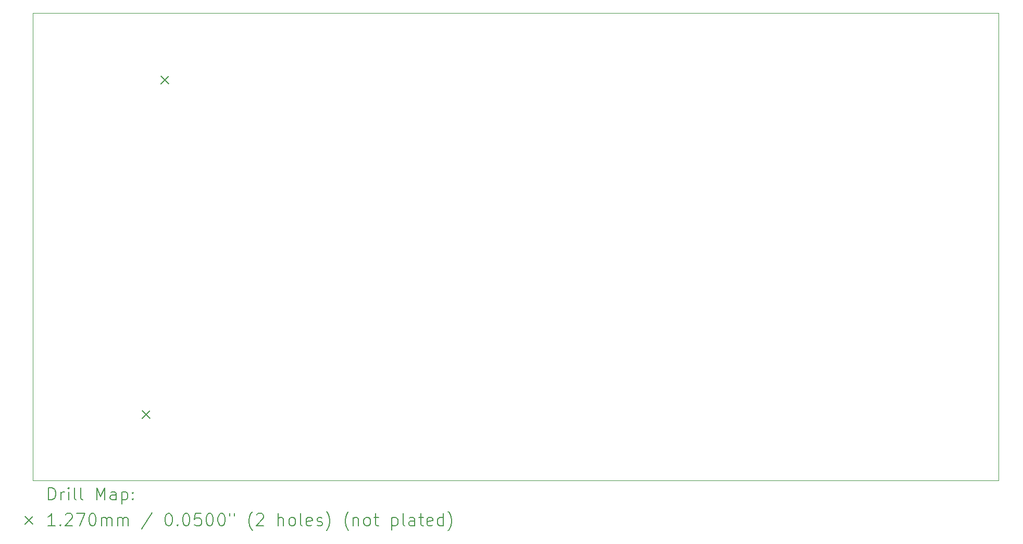
<source format=gbr>
%TF.GenerationSoftware,KiCad,Pcbnew,8.0.3*%
%TF.CreationDate,2024-07-10T11:58:56-07:00*%
%TF.ProjectId,maveric-board,6d617665-7269-4632-9d62-6f6172642e6b,rev?*%
%TF.SameCoordinates,Original*%
%TF.FileFunction,Drillmap*%
%TF.FilePolarity,Positive*%
%FSLAX45Y45*%
G04 Gerber Fmt 4.5, Leading zero omitted, Abs format (unit mm)*
G04 Created by KiCad (PCBNEW 8.0.3) date 2024-07-10 11:58:56*
%MOMM*%
%LPD*%
G01*
G04 APERTURE LIST*
%ADD10C,0.050000*%
%ADD11C,0.200000*%
%ADD12C,0.127000*%
G04 APERTURE END LIST*
D10*
X3700000Y-3700000D02*
X19400000Y-3700000D01*
X19400000Y-11300000D01*
X3700000Y-11300000D01*
X3700000Y-3700000D01*
D11*
D12*
X5477141Y-10163501D02*
X5604141Y-10290501D01*
X5604141Y-10163501D02*
X5477141Y-10290501D01*
X5782141Y-4725401D02*
X5909141Y-4852401D01*
X5909141Y-4725401D02*
X5782141Y-4852401D01*
D11*
X3958277Y-11613984D02*
X3958277Y-11413984D01*
X3958277Y-11413984D02*
X4005896Y-11413984D01*
X4005896Y-11413984D02*
X4034467Y-11423508D01*
X4034467Y-11423508D02*
X4053515Y-11442555D01*
X4053515Y-11442555D02*
X4063039Y-11461603D01*
X4063039Y-11461603D02*
X4072562Y-11499698D01*
X4072562Y-11499698D02*
X4072562Y-11528269D01*
X4072562Y-11528269D02*
X4063039Y-11566365D01*
X4063039Y-11566365D02*
X4053515Y-11585412D01*
X4053515Y-11585412D02*
X4034467Y-11604460D01*
X4034467Y-11604460D02*
X4005896Y-11613984D01*
X4005896Y-11613984D02*
X3958277Y-11613984D01*
X4158277Y-11613984D02*
X4158277Y-11480650D01*
X4158277Y-11518746D02*
X4167801Y-11499698D01*
X4167801Y-11499698D02*
X4177324Y-11490174D01*
X4177324Y-11490174D02*
X4196372Y-11480650D01*
X4196372Y-11480650D02*
X4215420Y-11480650D01*
X4282086Y-11613984D02*
X4282086Y-11480650D01*
X4282086Y-11413984D02*
X4272563Y-11423508D01*
X4272563Y-11423508D02*
X4282086Y-11433031D01*
X4282086Y-11433031D02*
X4291610Y-11423508D01*
X4291610Y-11423508D02*
X4282086Y-11413984D01*
X4282086Y-11413984D02*
X4282086Y-11433031D01*
X4405896Y-11613984D02*
X4386848Y-11604460D01*
X4386848Y-11604460D02*
X4377324Y-11585412D01*
X4377324Y-11585412D02*
X4377324Y-11413984D01*
X4510658Y-11613984D02*
X4491610Y-11604460D01*
X4491610Y-11604460D02*
X4482086Y-11585412D01*
X4482086Y-11585412D02*
X4482086Y-11413984D01*
X4739229Y-11613984D02*
X4739229Y-11413984D01*
X4739229Y-11413984D02*
X4805896Y-11556841D01*
X4805896Y-11556841D02*
X4872563Y-11413984D01*
X4872563Y-11413984D02*
X4872563Y-11613984D01*
X5053515Y-11613984D02*
X5053515Y-11509222D01*
X5053515Y-11509222D02*
X5043991Y-11490174D01*
X5043991Y-11490174D02*
X5024944Y-11480650D01*
X5024944Y-11480650D02*
X4986848Y-11480650D01*
X4986848Y-11480650D02*
X4967801Y-11490174D01*
X5053515Y-11604460D02*
X5034467Y-11613984D01*
X5034467Y-11613984D02*
X4986848Y-11613984D01*
X4986848Y-11613984D02*
X4967801Y-11604460D01*
X4967801Y-11604460D02*
X4958277Y-11585412D01*
X4958277Y-11585412D02*
X4958277Y-11566365D01*
X4958277Y-11566365D02*
X4967801Y-11547317D01*
X4967801Y-11547317D02*
X4986848Y-11537793D01*
X4986848Y-11537793D02*
X5034467Y-11537793D01*
X5034467Y-11537793D02*
X5053515Y-11528269D01*
X5148753Y-11480650D02*
X5148753Y-11680650D01*
X5148753Y-11490174D02*
X5167801Y-11480650D01*
X5167801Y-11480650D02*
X5205896Y-11480650D01*
X5205896Y-11480650D02*
X5224944Y-11490174D01*
X5224944Y-11490174D02*
X5234467Y-11499698D01*
X5234467Y-11499698D02*
X5243991Y-11518746D01*
X5243991Y-11518746D02*
X5243991Y-11575888D01*
X5243991Y-11575888D02*
X5234467Y-11594936D01*
X5234467Y-11594936D02*
X5224944Y-11604460D01*
X5224944Y-11604460D02*
X5205896Y-11613984D01*
X5205896Y-11613984D02*
X5167801Y-11613984D01*
X5167801Y-11613984D02*
X5148753Y-11604460D01*
X5329705Y-11594936D02*
X5339229Y-11604460D01*
X5339229Y-11604460D02*
X5329705Y-11613984D01*
X5329705Y-11613984D02*
X5320182Y-11604460D01*
X5320182Y-11604460D02*
X5329705Y-11594936D01*
X5329705Y-11594936D02*
X5329705Y-11613984D01*
X5329705Y-11490174D02*
X5339229Y-11499698D01*
X5339229Y-11499698D02*
X5329705Y-11509222D01*
X5329705Y-11509222D02*
X5320182Y-11499698D01*
X5320182Y-11499698D02*
X5329705Y-11490174D01*
X5329705Y-11490174D02*
X5329705Y-11509222D01*
D12*
X3570500Y-11879000D02*
X3697500Y-12006000D01*
X3697500Y-11879000D02*
X3570500Y-12006000D01*
D11*
X4063039Y-12033984D02*
X3948753Y-12033984D01*
X4005896Y-12033984D02*
X4005896Y-11833984D01*
X4005896Y-11833984D02*
X3986848Y-11862555D01*
X3986848Y-11862555D02*
X3967801Y-11881603D01*
X3967801Y-11881603D02*
X3948753Y-11891127D01*
X4148753Y-12014936D02*
X4158277Y-12024460D01*
X4158277Y-12024460D02*
X4148753Y-12033984D01*
X4148753Y-12033984D02*
X4139229Y-12024460D01*
X4139229Y-12024460D02*
X4148753Y-12014936D01*
X4148753Y-12014936D02*
X4148753Y-12033984D01*
X4234467Y-11853031D02*
X4243991Y-11843508D01*
X4243991Y-11843508D02*
X4263039Y-11833984D01*
X4263039Y-11833984D02*
X4310658Y-11833984D01*
X4310658Y-11833984D02*
X4329705Y-11843508D01*
X4329705Y-11843508D02*
X4339229Y-11853031D01*
X4339229Y-11853031D02*
X4348753Y-11872079D01*
X4348753Y-11872079D02*
X4348753Y-11891127D01*
X4348753Y-11891127D02*
X4339229Y-11919698D01*
X4339229Y-11919698D02*
X4224944Y-12033984D01*
X4224944Y-12033984D02*
X4348753Y-12033984D01*
X4415420Y-11833984D02*
X4548753Y-11833984D01*
X4548753Y-11833984D02*
X4463039Y-12033984D01*
X4663039Y-11833984D02*
X4682086Y-11833984D01*
X4682086Y-11833984D02*
X4701134Y-11843508D01*
X4701134Y-11843508D02*
X4710658Y-11853031D01*
X4710658Y-11853031D02*
X4720182Y-11872079D01*
X4720182Y-11872079D02*
X4729705Y-11910174D01*
X4729705Y-11910174D02*
X4729705Y-11957793D01*
X4729705Y-11957793D02*
X4720182Y-11995888D01*
X4720182Y-11995888D02*
X4710658Y-12014936D01*
X4710658Y-12014936D02*
X4701134Y-12024460D01*
X4701134Y-12024460D02*
X4682086Y-12033984D01*
X4682086Y-12033984D02*
X4663039Y-12033984D01*
X4663039Y-12033984D02*
X4643991Y-12024460D01*
X4643991Y-12024460D02*
X4634467Y-12014936D01*
X4634467Y-12014936D02*
X4624944Y-11995888D01*
X4624944Y-11995888D02*
X4615420Y-11957793D01*
X4615420Y-11957793D02*
X4615420Y-11910174D01*
X4615420Y-11910174D02*
X4624944Y-11872079D01*
X4624944Y-11872079D02*
X4634467Y-11853031D01*
X4634467Y-11853031D02*
X4643991Y-11843508D01*
X4643991Y-11843508D02*
X4663039Y-11833984D01*
X4815420Y-12033984D02*
X4815420Y-11900650D01*
X4815420Y-11919698D02*
X4824944Y-11910174D01*
X4824944Y-11910174D02*
X4843991Y-11900650D01*
X4843991Y-11900650D02*
X4872563Y-11900650D01*
X4872563Y-11900650D02*
X4891610Y-11910174D01*
X4891610Y-11910174D02*
X4901134Y-11929222D01*
X4901134Y-11929222D02*
X4901134Y-12033984D01*
X4901134Y-11929222D02*
X4910658Y-11910174D01*
X4910658Y-11910174D02*
X4929705Y-11900650D01*
X4929705Y-11900650D02*
X4958277Y-11900650D01*
X4958277Y-11900650D02*
X4977325Y-11910174D01*
X4977325Y-11910174D02*
X4986848Y-11929222D01*
X4986848Y-11929222D02*
X4986848Y-12033984D01*
X5082086Y-12033984D02*
X5082086Y-11900650D01*
X5082086Y-11919698D02*
X5091610Y-11910174D01*
X5091610Y-11910174D02*
X5110658Y-11900650D01*
X5110658Y-11900650D02*
X5139229Y-11900650D01*
X5139229Y-11900650D02*
X5158277Y-11910174D01*
X5158277Y-11910174D02*
X5167801Y-11929222D01*
X5167801Y-11929222D02*
X5167801Y-12033984D01*
X5167801Y-11929222D02*
X5177325Y-11910174D01*
X5177325Y-11910174D02*
X5196372Y-11900650D01*
X5196372Y-11900650D02*
X5224944Y-11900650D01*
X5224944Y-11900650D02*
X5243991Y-11910174D01*
X5243991Y-11910174D02*
X5253515Y-11929222D01*
X5253515Y-11929222D02*
X5253515Y-12033984D01*
X5643991Y-11824460D02*
X5472563Y-12081603D01*
X5901134Y-11833984D02*
X5920182Y-11833984D01*
X5920182Y-11833984D02*
X5939229Y-11843508D01*
X5939229Y-11843508D02*
X5948753Y-11853031D01*
X5948753Y-11853031D02*
X5958277Y-11872079D01*
X5958277Y-11872079D02*
X5967801Y-11910174D01*
X5967801Y-11910174D02*
X5967801Y-11957793D01*
X5967801Y-11957793D02*
X5958277Y-11995888D01*
X5958277Y-11995888D02*
X5948753Y-12014936D01*
X5948753Y-12014936D02*
X5939229Y-12024460D01*
X5939229Y-12024460D02*
X5920182Y-12033984D01*
X5920182Y-12033984D02*
X5901134Y-12033984D01*
X5901134Y-12033984D02*
X5882086Y-12024460D01*
X5882086Y-12024460D02*
X5872563Y-12014936D01*
X5872563Y-12014936D02*
X5863039Y-11995888D01*
X5863039Y-11995888D02*
X5853515Y-11957793D01*
X5853515Y-11957793D02*
X5853515Y-11910174D01*
X5853515Y-11910174D02*
X5863039Y-11872079D01*
X5863039Y-11872079D02*
X5872563Y-11853031D01*
X5872563Y-11853031D02*
X5882086Y-11843508D01*
X5882086Y-11843508D02*
X5901134Y-11833984D01*
X6053515Y-12014936D02*
X6063039Y-12024460D01*
X6063039Y-12024460D02*
X6053515Y-12033984D01*
X6053515Y-12033984D02*
X6043991Y-12024460D01*
X6043991Y-12024460D02*
X6053515Y-12014936D01*
X6053515Y-12014936D02*
X6053515Y-12033984D01*
X6186848Y-11833984D02*
X6205896Y-11833984D01*
X6205896Y-11833984D02*
X6224944Y-11843508D01*
X6224944Y-11843508D02*
X6234467Y-11853031D01*
X6234467Y-11853031D02*
X6243991Y-11872079D01*
X6243991Y-11872079D02*
X6253515Y-11910174D01*
X6253515Y-11910174D02*
X6253515Y-11957793D01*
X6253515Y-11957793D02*
X6243991Y-11995888D01*
X6243991Y-11995888D02*
X6234467Y-12014936D01*
X6234467Y-12014936D02*
X6224944Y-12024460D01*
X6224944Y-12024460D02*
X6205896Y-12033984D01*
X6205896Y-12033984D02*
X6186848Y-12033984D01*
X6186848Y-12033984D02*
X6167801Y-12024460D01*
X6167801Y-12024460D02*
X6158277Y-12014936D01*
X6158277Y-12014936D02*
X6148753Y-11995888D01*
X6148753Y-11995888D02*
X6139229Y-11957793D01*
X6139229Y-11957793D02*
X6139229Y-11910174D01*
X6139229Y-11910174D02*
X6148753Y-11872079D01*
X6148753Y-11872079D02*
X6158277Y-11853031D01*
X6158277Y-11853031D02*
X6167801Y-11843508D01*
X6167801Y-11843508D02*
X6186848Y-11833984D01*
X6434467Y-11833984D02*
X6339229Y-11833984D01*
X6339229Y-11833984D02*
X6329706Y-11929222D01*
X6329706Y-11929222D02*
X6339229Y-11919698D01*
X6339229Y-11919698D02*
X6358277Y-11910174D01*
X6358277Y-11910174D02*
X6405896Y-11910174D01*
X6405896Y-11910174D02*
X6424944Y-11919698D01*
X6424944Y-11919698D02*
X6434467Y-11929222D01*
X6434467Y-11929222D02*
X6443991Y-11948269D01*
X6443991Y-11948269D02*
X6443991Y-11995888D01*
X6443991Y-11995888D02*
X6434467Y-12014936D01*
X6434467Y-12014936D02*
X6424944Y-12024460D01*
X6424944Y-12024460D02*
X6405896Y-12033984D01*
X6405896Y-12033984D02*
X6358277Y-12033984D01*
X6358277Y-12033984D02*
X6339229Y-12024460D01*
X6339229Y-12024460D02*
X6329706Y-12014936D01*
X6567801Y-11833984D02*
X6586848Y-11833984D01*
X6586848Y-11833984D02*
X6605896Y-11843508D01*
X6605896Y-11843508D02*
X6615420Y-11853031D01*
X6615420Y-11853031D02*
X6624944Y-11872079D01*
X6624944Y-11872079D02*
X6634467Y-11910174D01*
X6634467Y-11910174D02*
X6634467Y-11957793D01*
X6634467Y-11957793D02*
X6624944Y-11995888D01*
X6624944Y-11995888D02*
X6615420Y-12014936D01*
X6615420Y-12014936D02*
X6605896Y-12024460D01*
X6605896Y-12024460D02*
X6586848Y-12033984D01*
X6586848Y-12033984D02*
X6567801Y-12033984D01*
X6567801Y-12033984D02*
X6548753Y-12024460D01*
X6548753Y-12024460D02*
X6539229Y-12014936D01*
X6539229Y-12014936D02*
X6529706Y-11995888D01*
X6529706Y-11995888D02*
X6520182Y-11957793D01*
X6520182Y-11957793D02*
X6520182Y-11910174D01*
X6520182Y-11910174D02*
X6529706Y-11872079D01*
X6529706Y-11872079D02*
X6539229Y-11853031D01*
X6539229Y-11853031D02*
X6548753Y-11843508D01*
X6548753Y-11843508D02*
X6567801Y-11833984D01*
X6758277Y-11833984D02*
X6777325Y-11833984D01*
X6777325Y-11833984D02*
X6796372Y-11843508D01*
X6796372Y-11843508D02*
X6805896Y-11853031D01*
X6805896Y-11853031D02*
X6815420Y-11872079D01*
X6815420Y-11872079D02*
X6824944Y-11910174D01*
X6824944Y-11910174D02*
X6824944Y-11957793D01*
X6824944Y-11957793D02*
X6815420Y-11995888D01*
X6815420Y-11995888D02*
X6805896Y-12014936D01*
X6805896Y-12014936D02*
X6796372Y-12024460D01*
X6796372Y-12024460D02*
X6777325Y-12033984D01*
X6777325Y-12033984D02*
X6758277Y-12033984D01*
X6758277Y-12033984D02*
X6739229Y-12024460D01*
X6739229Y-12024460D02*
X6729706Y-12014936D01*
X6729706Y-12014936D02*
X6720182Y-11995888D01*
X6720182Y-11995888D02*
X6710658Y-11957793D01*
X6710658Y-11957793D02*
X6710658Y-11910174D01*
X6710658Y-11910174D02*
X6720182Y-11872079D01*
X6720182Y-11872079D02*
X6729706Y-11853031D01*
X6729706Y-11853031D02*
X6739229Y-11843508D01*
X6739229Y-11843508D02*
X6758277Y-11833984D01*
X6901134Y-11833984D02*
X6901134Y-11872079D01*
X6977325Y-11833984D02*
X6977325Y-11872079D01*
X7272563Y-12110174D02*
X7263039Y-12100650D01*
X7263039Y-12100650D02*
X7243991Y-12072079D01*
X7243991Y-12072079D02*
X7234468Y-12053031D01*
X7234468Y-12053031D02*
X7224944Y-12024460D01*
X7224944Y-12024460D02*
X7215420Y-11976841D01*
X7215420Y-11976841D02*
X7215420Y-11938746D01*
X7215420Y-11938746D02*
X7224944Y-11891127D01*
X7224944Y-11891127D02*
X7234468Y-11862555D01*
X7234468Y-11862555D02*
X7243991Y-11843508D01*
X7243991Y-11843508D02*
X7263039Y-11814936D01*
X7263039Y-11814936D02*
X7272563Y-11805412D01*
X7339229Y-11853031D02*
X7348753Y-11843508D01*
X7348753Y-11843508D02*
X7367801Y-11833984D01*
X7367801Y-11833984D02*
X7415420Y-11833984D01*
X7415420Y-11833984D02*
X7434468Y-11843508D01*
X7434468Y-11843508D02*
X7443991Y-11853031D01*
X7443991Y-11853031D02*
X7453515Y-11872079D01*
X7453515Y-11872079D02*
X7453515Y-11891127D01*
X7453515Y-11891127D02*
X7443991Y-11919698D01*
X7443991Y-11919698D02*
X7329706Y-12033984D01*
X7329706Y-12033984D02*
X7453515Y-12033984D01*
X7691610Y-12033984D02*
X7691610Y-11833984D01*
X7777325Y-12033984D02*
X7777325Y-11929222D01*
X7777325Y-11929222D02*
X7767801Y-11910174D01*
X7767801Y-11910174D02*
X7748753Y-11900650D01*
X7748753Y-11900650D02*
X7720182Y-11900650D01*
X7720182Y-11900650D02*
X7701134Y-11910174D01*
X7701134Y-11910174D02*
X7691610Y-11919698D01*
X7901134Y-12033984D02*
X7882087Y-12024460D01*
X7882087Y-12024460D02*
X7872563Y-12014936D01*
X7872563Y-12014936D02*
X7863039Y-11995888D01*
X7863039Y-11995888D02*
X7863039Y-11938746D01*
X7863039Y-11938746D02*
X7872563Y-11919698D01*
X7872563Y-11919698D02*
X7882087Y-11910174D01*
X7882087Y-11910174D02*
X7901134Y-11900650D01*
X7901134Y-11900650D02*
X7929706Y-11900650D01*
X7929706Y-11900650D02*
X7948753Y-11910174D01*
X7948753Y-11910174D02*
X7958277Y-11919698D01*
X7958277Y-11919698D02*
X7967801Y-11938746D01*
X7967801Y-11938746D02*
X7967801Y-11995888D01*
X7967801Y-11995888D02*
X7958277Y-12014936D01*
X7958277Y-12014936D02*
X7948753Y-12024460D01*
X7948753Y-12024460D02*
X7929706Y-12033984D01*
X7929706Y-12033984D02*
X7901134Y-12033984D01*
X8082087Y-12033984D02*
X8063039Y-12024460D01*
X8063039Y-12024460D02*
X8053515Y-12005412D01*
X8053515Y-12005412D02*
X8053515Y-11833984D01*
X8234468Y-12024460D02*
X8215420Y-12033984D01*
X8215420Y-12033984D02*
X8177325Y-12033984D01*
X8177325Y-12033984D02*
X8158277Y-12024460D01*
X8158277Y-12024460D02*
X8148753Y-12005412D01*
X8148753Y-12005412D02*
X8148753Y-11929222D01*
X8148753Y-11929222D02*
X8158277Y-11910174D01*
X8158277Y-11910174D02*
X8177325Y-11900650D01*
X8177325Y-11900650D02*
X8215420Y-11900650D01*
X8215420Y-11900650D02*
X8234468Y-11910174D01*
X8234468Y-11910174D02*
X8243991Y-11929222D01*
X8243991Y-11929222D02*
X8243991Y-11948269D01*
X8243991Y-11948269D02*
X8148753Y-11967317D01*
X8320182Y-12024460D02*
X8339230Y-12033984D01*
X8339230Y-12033984D02*
X8377325Y-12033984D01*
X8377325Y-12033984D02*
X8396373Y-12024460D01*
X8396373Y-12024460D02*
X8405896Y-12005412D01*
X8405896Y-12005412D02*
X8405896Y-11995888D01*
X8405896Y-11995888D02*
X8396373Y-11976841D01*
X8396373Y-11976841D02*
X8377325Y-11967317D01*
X8377325Y-11967317D02*
X8348753Y-11967317D01*
X8348753Y-11967317D02*
X8329706Y-11957793D01*
X8329706Y-11957793D02*
X8320182Y-11938746D01*
X8320182Y-11938746D02*
X8320182Y-11929222D01*
X8320182Y-11929222D02*
X8329706Y-11910174D01*
X8329706Y-11910174D02*
X8348753Y-11900650D01*
X8348753Y-11900650D02*
X8377325Y-11900650D01*
X8377325Y-11900650D02*
X8396373Y-11910174D01*
X8472563Y-12110174D02*
X8482087Y-12100650D01*
X8482087Y-12100650D02*
X8501134Y-12072079D01*
X8501134Y-12072079D02*
X8510658Y-12053031D01*
X8510658Y-12053031D02*
X8520182Y-12024460D01*
X8520182Y-12024460D02*
X8529706Y-11976841D01*
X8529706Y-11976841D02*
X8529706Y-11938746D01*
X8529706Y-11938746D02*
X8520182Y-11891127D01*
X8520182Y-11891127D02*
X8510658Y-11862555D01*
X8510658Y-11862555D02*
X8501134Y-11843508D01*
X8501134Y-11843508D02*
X8482087Y-11814936D01*
X8482087Y-11814936D02*
X8472563Y-11805412D01*
X8834468Y-12110174D02*
X8824944Y-12100650D01*
X8824944Y-12100650D02*
X8805896Y-12072079D01*
X8805896Y-12072079D02*
X8796373Y-12053031D01*
X8796373Y-12053031D02*
X8786849Y-12024460D01*
X8786849Y-12024460D02*
X8777325Y-11976841D01*
X8777325Y-11976841D02*
X8777325Y-11938746D01*
X8777325Y-11938746D02*
X8786849Y-11891127D01*
X8786849Y-11891127D02*
X8796373Y-11862555D01*
X8796373Y-11862555D02*
X8805896Y-11843508D01*
X8805896Y-11843508D02*
X8824944Y-11814936D01*
X8824944Y-11814936D02*
X8834468Y-11805412D01*
X8910658Y-11900650D02*
X8910658Y-12033984D01*
X8910658Y-11919698D02*
X8920182Y-11910174D01*
X8920182Y-11910174D02*
X8939230Y-11900650D01*
X8939230Y-11900650D02*
X8967801Y-11900650D01*
X8967801Y-11900650D02*
X8986849Y-11910174D01*
X8986849Y-11910174D02*
X8996373Y-11929222D01*
X8996373Y-11929222D02*
X8996373Y-12033984D01*
X9120182Y-12033984D02*
X9101134Y-12024460D01*
X9101134Y-12024460D02*
X9091611Y-12014936D01*
X9091611Y-12014936D02*
X9082087Y-11995888D01*
X9082087Y-11995888D02*
X9082087Y-11938746D01*
X9082087Y-11938746D02*
X9091611Y-11919698D01*
X9091611Y-11919698D02*
X9101134Y-11910174D01*
X9101134Y-11910174D02*
X9120182Y-11900650D01*
X9120182Y-11900650D02*
X9148754Y-11900650D01*
X9148754Y-11900650D02*
X9167801Y-11910174D01*
X9167801Y-11910174D02*
X9177325Y-11919698D01*
X9177325Y-11919698D02*
X9186849Y-11938746D01*
X9186849Y-11938746D02*
X9186849Y-11995888D01*
X9186849Y-11995888D02*
X9177325Y-12014936D01*
X9177325Y-12014936D02*
X9167801Y-12024460D01*
X9167801Y-12024460D02*
X9148754Y-12033984D01*
X9148754Y-12033984D02*
X9120182Y-12033984D01*
X9243992Y-11900650D02*
X9320182Y-11900650D01*
X9272563Y-11833984D02*
X9272563Y-12005412D01*
X9272563Y-12005412D02*
X9282087Y-12024460D01*
X9282087Y-12024460D02*
X9301134Y-12033984D01*
X9301134Y-12033984D02*
X9320182Y-12033984D01*
X9539230Y-11900650D02*
X9539230Y-12100650D01*
X9539230Y-11910174D02*
X9558277Y-11900650D01*
X9558277Y-11900650D02*
X9596373Y-11900650D01*
X9596373Y-11900650D02*
X9615420Y-11910174D01*
X9615420Y-11910174D02*
X9624944Y-11919698D01*
X9624944Y-11919698D02*
X9634468Y-11938746D01*
X9634468Y-11938746D02*
X9634468Y-11995888D01*
X9634468Y-11995888D02*
X9624944Y-12014936D01*
X9624944Y-12014936D02*
X9615420Y-12024460D01*
X9615420Y-12024460D02*
X9596373Y-12033984D01*
X9596373Y-12033984D02*
X9558277Y-12033984D01*
X9558277Y-12033984D02*
X9539230Y-12024460D01*
X9748754Y-12033984D02*
X9729706Y-12024460D01*
X9729706Y-12024460D02*
X9720182Y-12005412D01*
X9720182Y-12005412D02*
X9720182Y-11833984D01*
X9910658Y-12033984D02*
X9910658Y-11929222D01*
X9910658Y-11929222D02*
X9901135Y-11910174D01*
X9901135Y-11910174D02*
X9882087Y-11900650D01*
X9882087Y-11900650D02*
X9843992Y-11900650D01*
X9843992Y-11900650D02*
X9824944Y-11910174D01*
X9910658Y-12024460D02*
X9891611Y-12033984D01*
X9891611Y-12033984D02*
X9843992Y-12033984D01*
X9843992Y-12033984D02*
X9824944Y-12024460D01*
X9824944Y-12024460D02*
X9815420Y-12005412D01*
X9815420Y-12005412D02*
X9815420Y-11986365D01*
X9815420Y-11986365D02*
X9824944Y-11967317D01*
X9824944Y-11967317D02*
X9843992Y-11957793D01*
X9843992Y-11957793D02*
X9891611Y-11957793D01*
X9891611Y-11957793D02*
X9910658Y-11948269D01*
X9977325Y-11900650D02*
X10053515Y-11900650D01*
X10005896Y-11833984D02*
X10005896Y-12005412D01*
X10005896Y-12005412D02*
X10015420Y-12024460D01*
X10015420Y-12024460D02*
X10034468Y-12033984D01*
X10034468Y-12033984D02*
X10053515Y-12033984D01*
X10196373Y-12024460D02*
X10177325Y-12033984D01*
X10177325Y-12033984D02*
X10139230Y-12033984D01*
X10139230Y-12033984D02*
X10120182Y-12024460D01*
X10120182Y-12024460D02*
X10110658Y-12005412D01*
X10110658Y-12005412D02*
X10110658Y-11929222D01*
X10110658Y-11929222D02*
X10120182Y-11910174D01*
X10120182Y-11910174D02*
X10139230Y-11900650D01*
X10139230Y-11900650D02*
X10177325Y-11900650D01*
X10177325Y-11900650D02*
X10196373Y-11910174D01*
X10196373Y-11910174D02*
X10205896Y-11929222D01*
X10205896Y-11929222D02*
X10205896Y-11948269D01*
X10205896Y-11948269D02*
X10110658Y-11967317D01*
X10377325Y-12033984D02*
X10377325Y-11833984D01*
X10377325Y-12024460D02*
X10358277Y-12033984D01*
X10358277Y-12033984D02*
X10320182Y-12033984D01*
X10320182Y-12033984D02*
X10301135Y-12024460D01*
X10301135Y-12024460D02*
X10291611Y-12014936D01*
X10291611Y-12014936D02*
X10282087Y-11995888D01*
X10282087Y-11995888D02*
X10282087Y-11938746D01*
X10282087Y-11938746D02*
X10291611Y-11919698D01*
X10291611Y-11919698D02*
X10301135Y-11910174D01*
X10301135Y-11910174D02*
X10320182Y-11900650D01*
X10320182Y-11900650D02*
X10358277Y-11900650D01*
X10358277Y-11900650D02*
X10377325Y-11910174D01*
X10453516Y-12110174D02*
X10463039Y-12100650D01*
X10463039Y-12100650D02*
X10482087Y-12072079D01*
X10482087Y-12072079D02*
X10491611Y-12053031D01*
X10491611Y-12053031D02*
X10501135Y-12024460D01*
X10501135Y-12024460D02*
X10510658Y-11976841D01*
X10510658Y-11976841D02*
X10510658Y-11938746D01*
X10510658Y-11938746D02*
X10501135Y-11891127D01*
X10501135Y-11891127D02*
X10491611Y-11862555D01*
X10491611Y-11862555D02*
X10482087Y-11843508D01*
X10482087Y-11843508D02*
X10463039Y-11814936D01*
X10463039Y-11814936D02*
X10453516Y-11805412D01*
M02*

</source>
